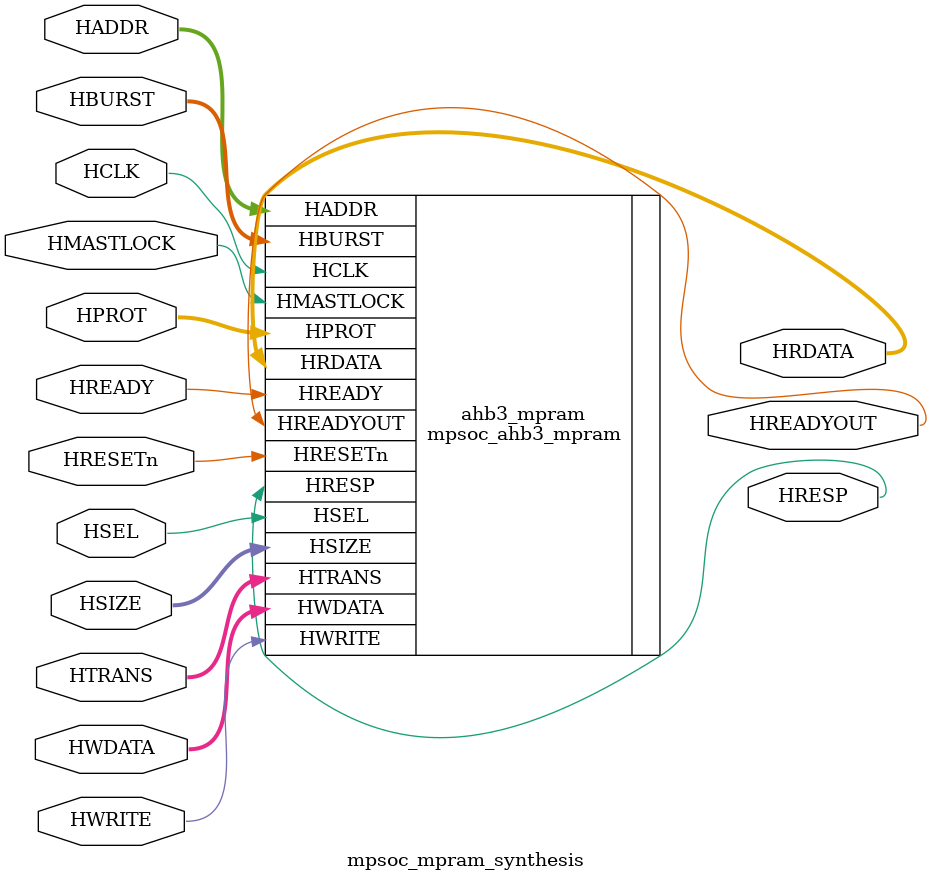
<source format=sv>

/* Copyright (c) 2018-2019 by the author(s)
 *
 * Permission is hereby granted, free of charge, to any person obtaining a copy
 * of this software and associated documentation files (the "Software"), to deal
 * in the Software without restriction, including without limitation the rights
 * to use, copy, modify, merge, publish, distribute, sublicense, and/or sell
 * copies of the Software, and to permit persons to whom the Software is
 * furnished to do so, subject to the following conditions:
 *
 * The above copyright notice and this permission notice shall be included in
 * all copies or substantial portions of the Software.
 *
 * THE SOFTWARE IS PROVIDED "AS IS", WITHOUT WARRANTY OF ANY KIND, EXPRESS OR
 * IMPLIED, INCLUDING BUT NOT LIMITED TO THE WARRANTIES OF MERCHANTABILITY,
 * FITNESS FOR A PARTICULAR PURPOSE AND NONINFRINGEMENT. IN NO EVENT SHALL THE
 * AUTHORS OR COPYRIGHT HOLDERS BE LIABLE FOR ANY CLAIM, DAMAGES OR OTHER
 * LIABILITY, WHETHER IN AN ACTION OF CONTRACT, TORT OR OTHERWISE, ARISING FROM,
 * OUT OF OR IN CONNECTION WITH THE SOFTWARE OR THE USE OR OTHER DEALINGS IN
 * THE SOFTWARE.
 *
 * =============================================================================
 * Author(s):
 *   Paco Reina Campo <pacoreinacampo@queenfield.tech>
 */

module mpsoc_mpram_synthesis #(
  parameter MEM_SIZE          = 256,  //Memory in Bytes
  parameter MEM_DEPTH         = 256,  //Memory depth
  parameter PLEN              = 8,
  parameter XLEN              = 32,
  parameter TECHNOLOGY        = "GENERIC",
  parameter REGISTERED_OUTPUT = "NO"
)
  (
    input                 HRESETn,
    input                 HCLK,

    input                 HSEL,
    input      [PLEN-1:0] HADDR,
    input      [XLEN-1:0] HWDATA,
    output reg [XLEN-1:0] HRDATA,
    input                 HWRITE,
    input      [     2:0] HSIZE,
    input      [     2:0] HBURST,
    input      [     3:0] HPROT,
    input      [     1:0] HTRANS,
    input                 HMASTLOCK,
    output reg            HREADYOUT,
    input                 HREADY,
    output                HRESP
  );

  //////////////////////////////////////////////////////////////////
  //
  // Module Body
  //

  //DUT AHB3
  mpsoc_ahb3_mpram #(
    .MEM_SIZE          ( MEM_SIZE ),
    .MEM_DEPTH         ( MEM_DEPTH ),
    .PLEN              ( PLEN ),
    .XLEN              ( XLEN ),
    .TECHNOLOGY        ( TECHNOLOGY ),
    .REGISTERED_OUTPUT ( REGISTERED_OUTPUT )
  )
  ahb3_mpram (
    .HRESETn   ( HRESETn ),
    .HCLK      ( HCLK    ),

    .HSEL      ( HSEL      ),
    .HADDR     ( HADDR     ),
    .HWDATA    ( HWDATA    ),
    .HRDATA    ( HRDATA    ),
    .HWRITE    ( HWRITE    ),
    .HSIZE     ( HSIZE     ),
    .HBURST    ( HBURST    ),
    .HPROT     ( HPROT     ),
    .HTRANS    ( HTRANS    ),
    .HMASTLOCK ( HMASTLOCK ),
    .HREADYOUT ( HREADYOUT ),
    .HREADY    ( HREADY    ),
    .HRESP     ( HRESP     )
  );
endmodule

</source>
